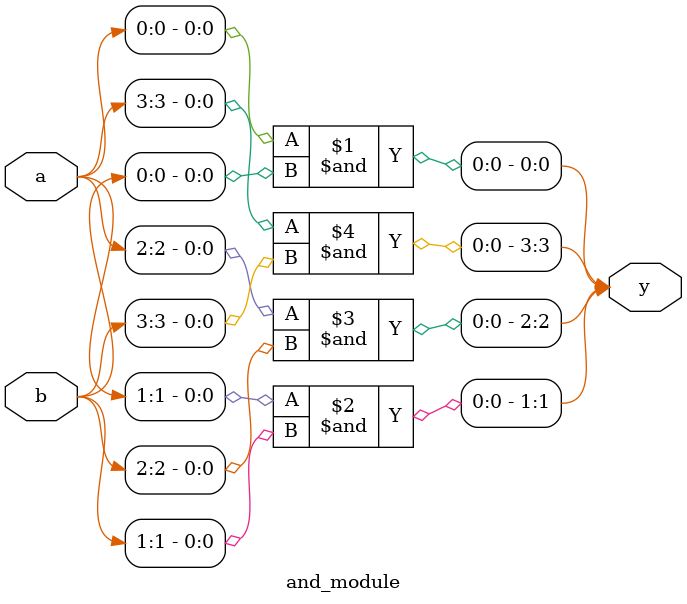
<source format=sv>
module and_module #(
  parameter N = 4 
)
(
  input [N-1:0] a,
  input [N-1:0] b,
  output [N-1:0] y
);

  genvar i;
  
  generate 
    for(i=0; i<N; i=i+1) begin : and_op
      and and_gate(y[i], a[i], b[i]);
    end
  endgenerate
  
endmodule
</source>
